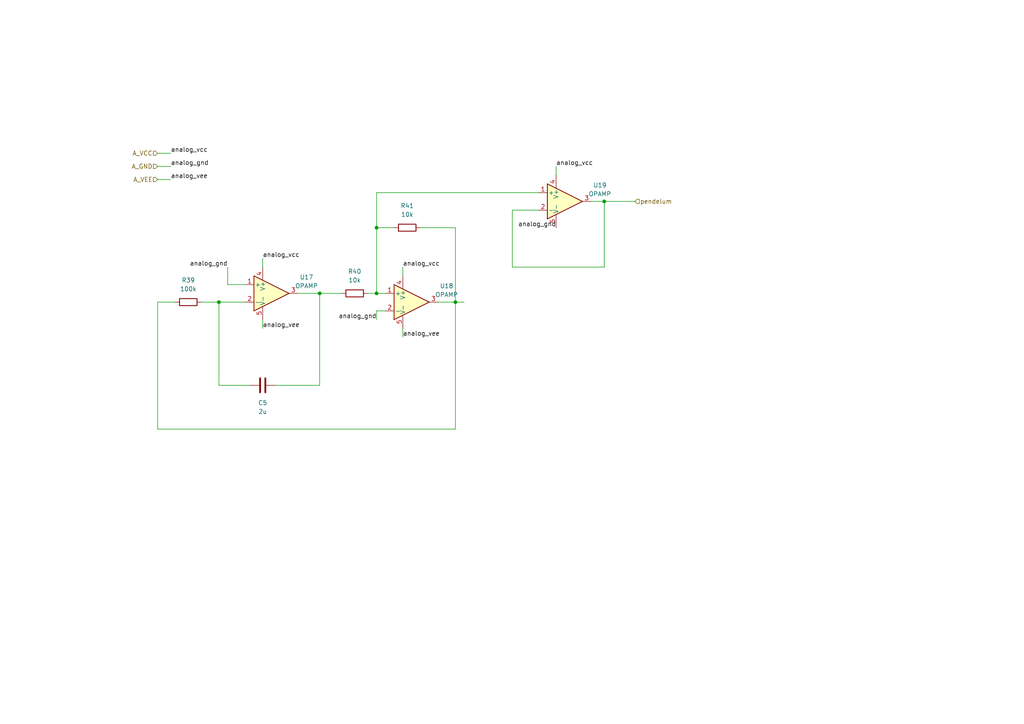
<source format=kicad_sch>
(kicad_sch (version 20230121) (generator eeschema)
  (paper "A4")
  (lib_symbols
    (symbol "Device:C" (pin_numbers hide) (pin_names (offset 0.254))
      (property "Reference" "C" (at 0.635 2.54 0))
      (property "Value" "C" (at 0.635 -2.54 0))
      (symbol "C_0_1"
        (polyline (pts (xy -2.032 -0.762) (xy 2.032 -0.762)) (stroke (width 0.508)))
        (polyline (pts (xy -2.032 0.762) (xy 2.032 0.762)) (stroke (width 0.508)))
      )
      (symbol "C_1_1"
        (pin passive line (at 0 3.81 270) (length 2.794) (name "~") (number "1"))
        (pin passive line (at 0 -3.81 90) (length 2.794) (name "~") (number "2"))
      )
    )
    (symbol "Device:R" (pin_numbers hide) (pin_names (offset 0))
      (property "Reference" "R" (at 2.032 0 90))
      (property "Value" "R" (at 0 0 90))
      (symbol "R_0_1"
        (rectangle (start -1.016 -2.54) (end 1.016 2.54) (stroke (width 0.254)))
      )
      (symbol "R_1_1"
        (pin passive line (at 0 3.81 270) (length 1.27) (name "~") (number "1"))
        (pin passive line (at 0 -3.81 90) (length 1.27) (name "~") (number "2"))
      )
    )
    (symbol "Simulation_SPICE:OPAMP" (pin_names (offset 0.254))
      (property "Reference" "U" (at 3.81 3.175 0))
      (property "Value" "OPAMP" (at 3.81 -3.175 0))
      (symbol "OPAMP_0_1"
        (polyline (pts (xy 5.08 0) (xy -5.08 5.08) (xy -5.08 -5.08) (xy 5.08 0)) (stroke (width 0.254)) (fill (type background)))
      )
      (symbol "OPAMP_1_1"
        (pin input line (at -7.62 2.54 0) (length 2.54) (name "+") (number "1"))
        (pin input line (at -7.62 -2.54 0) (length 2.54) (name "-") (number "2"))
        (pin output line (at 7.62 0 180) (length 2.54) (name "~") (number "3"))
        (pin power_in line (at -2.54 7.62 270) (length 3.81) (name "V+") (number "4"))
        (pin power_in line (at -2.54 -7.62 90) (length 3.81) (name "V-") (number "5"))
      )
    )
  )
  (junction (at 175.26 58.42))
  (junction (at 109.22 85.09))
  (junction (at 132.08 87.63))
  (junction (at 109.22 66.04))
  (junction (at 92.71 85.09))
  (junction (at 63.5 87.63))
  (wire (pts (xy 45.72 48.26) (xy 49.53 48.26)))
  (wire (pts (xy 92.71 111.76) (xy 92.71 85.09)))
  (wire (pts (xy 109.22 90.17) (xy 111.76 90.17)))
  (wire (pts (xy 50.8 87.63) (xy 45.72 87.63)))
  (wire (pts (xy 63.5 111.76) (xy 63.5 87.63)))
  (wire (pts (xy 71.12 82.55) (xy 66.04 82.55)))
  (wire (pts (xy 92.71 85.09) (xy 99.06 85.09)))
  (wire (pts (xy 58.42 87.63) (xy 63.5 87.63)))
  (wire (pts (xy 161.29 48.26) (xy 161.29 50.8)))
  (wire (pts (xy 175.26 58.42) (xy 171.45 58.42)))
  (wire (pts (xy 109.22 55.88) (xy 109.22 66.04)))
  (wire (pts (xy 127 87.63) (xy 132.08 87.63)))
  (wire (pts (xy 76.2 74.93) (xy 76.2 77.47)))
  (wire (pts (xy 132.08 87.63) (xy 134.62 87.63)))
  (wire (pts (xy 72.39 111.76) (xy 63.5 111.76)))
  (wire (pts (xy 109.22 55.88) (xy 156.21 55.88)))
  (wire (pts (xy 114.3 66.04) (xy 109.22 66.04)))
  (wire (pts (xy 45.72 52.07) (xy 49.53 52.07)))
  (wire (pts (xy 148.59 60.96) (xy 148.59 77.47)))
  (wire (pts (xy 86.36 85.09) (xy 92.71 85.09)))
  (wire (pts (xy 148.59 77.47) (xy 175.26 77.47)))
  (wire (pts (xy 175.26 58.42) (xy 184.15 58.42)))
  (wire (pts (xy 116.84 95.25) (xy 116.84 97.79)))
  (wire (pts (xy 66.04 77.47) (xy 66.04 82.55)))
  (wire (pts (xy 132.08 124.46) (xy 45.72 124.46)))
  (wire (pts (xy 45.72 124.46) (xy 45.72 87.63)))
  (wire (pts (xy 156.21 60.96) (xy 148.59 60.96)))
  (wire (pts (xy 109.22 92.71) (xy 109.22 90.17)))
  (wire (pts (xy 175.26 77.47) (xy 175.26 58.42)))
  (wire (pts (xy 132.08 87.63) (xy 132.08 66.04)))
  (wire (pts (xy 132.08 87.63) (xy 132.08 124.46)))
  (wire (pts (xy 76.2 92.71) (xy 76.2 95.25)))
  (wire (pts (xy 63.5 87.63) (xy 71.12 87.63)))
  (wire (pts (xy 106.68 85.09) (xy 109.22 85.09)))
  (wire (pts (xy 109.22 66.04) (xy 109.22 85.09)))
  (wire (pts (xy 109.22 85.09) (xy 111.76 85.09)))
  (wire (pts (xy 80.01 111.76) (xy 92.71 111.76)))
  (wire (pts (xy 45.72 44.45) (xy 49.53 44.45)))
  (wire (pts (xy 116.84 77.47) (xy 116.84 80.01)))
  (wire (pts (xy 132.08 66.04) (xy 121.92 66.04)))
  (label "analog_vee" (at 116.84 97.79 0))
  (label "analog_vcc" (at 76.2 74.93 0))
  (label "analog_vee" (at 76.2 95.25 0))
  (label "analog_vcc" (at 49.53 44.45 0))
  (label "analog_vcc" (at 116.84 77.47 0))
  (label "analog_gnd" (at 49.53 48.26 0))
  (label "analog_gnd" (at 109.22 92.71 180))
  (label "analog_vcc" (at 161.29 48.26 0))
  (label "analog_gnd" (at 161.29 66.04 180))
  (label "analog_gnd" (at 66.04 77.47 180))
  (label "analog_vee" (at 49.53 52.07 0))
  (hierarchical_label "A_GND" (shape input) (at 45.72 48.26 180))
  (hierarchical_label "pendelum" (shape input) (at 184.15 58.42 0))
  (hierarchical_label "A_VCC" (shape input) (at 45.72 44.45 180))
  (hierarchical_label "A_VEE" (shape input) (at 45.72 52.07 180))
  (symbol (lib_id "Simulation_SPICE:OPAMP") (at 163.83 58.42 0) (unit 1)
    (property "Reference" "U19" (at 173.99 53.721 0))
    (property "Value" "OPAMP" (at 173.99 56.261 0))
    (property "Sim.Device" "SPICE" (effects hide))
    (property "Sim.Params" "type=\"X\" model=\"AD8031\" lib=\"/home/pab/Inventions/analog-circuit-game-console/ms-circuit-video-games/spice-models/ad8031.mod\"" (effects hide))
    (property "Sim.Pins" "1=1 2=2 4=3 5=4 3=5" (effects hide))
  )
  (symbol (lib_id "Device:R") (at 54.61 87.63 90) (unit 1)
    (property "Reference" "R39" (at 54.61 81.28 90))
    (property "Value" "100k" (at 54.61 83.82 90))
  )
  (symbol (lib_id "Device:R") (at 102.87 85.09 90) (unit 1)
    (property "Reference" "R40" (at 102.87 78.74 90))
    (property "Value" "10k" (at 102.87 81.28 90))
  )
  (symbol (lib_id "Simulation_SPICE:OPAMP") (at 78.74 85.09 0) (unit 1)
    (property "Reference" "U17" (at 88.9 80.391 0))
    (property "Value" "OPAMP" (at 88.9 82.931 0))
    (property "Sim.Device" "SPICE" (effects hide))
    (property "Sim.Params" "type=\"X\" model=\"AD8031\" lib=\"/home/pab/Inventions/analog-circuit-game-console/ms-circuit-video-games/spice-models/ad8031.mod\"" (effects hide))
    (property "Sim.Pins" "1=1 2=2 4=3 5=4 3=5" (effects hide))
  )
  (symbol (lib_id "Device:C") (at 76.2 111.76 90) (unit 1)
    (property "Reference" "C5" (at 76.2 116.84 90))
    (property "Value" "2u" (at 76.2 119.38 90))
  )
  (symbol (lib_id "Device:R") (at 118.11 66.04 90) (unit 1)
    (property "Reference" "R41" (at 118.11 59.69 90))
    (property "Value" "10k" (at 118.11 62.23 90))
  )
  (symbol (lib_id "Simulation_SPICE:OPAMP") (at 119.38 87.63 0) (unit 1)
    (property "Reference" "U18" (at 129.54 82.931 0))
    (property "Value" "OPAMP" (at 129.54 85.471 0))
    (property "Sim.Device" "SPICE" (effects hide))
    (property "Sim.Params" "type=\"X\" model=\"AD8031\" lib=\"/home/pab/Inventions/analog-circuit-game-console/ms-circuit-video-games/spice-models/ad8031.mod\"" (effects hide))
    (property "Sim.Pins" "1=1 2=2 4=3 5=4 3=5" (effects hide))
  )
)
</source>
